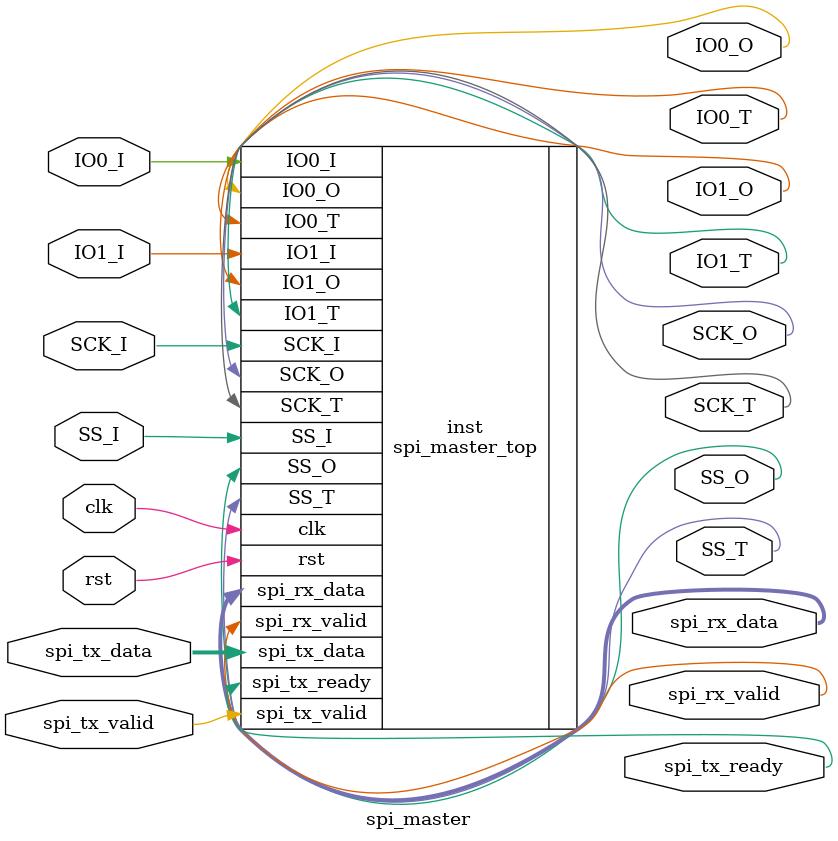
<source format=v>
/*
Copyright (c) 2019 Chengdu JinZhiLi Technology Co., Ltd.
All rights reserved.
*/

//=============================================================================
//
// Filename: spi_master.v
//
// Purpose: SPI master core with simple interface, this core was designed
//   to interface other cores easily.
//
// Note:
//   SPI Interface timing:
//
//                             ___     ___     ___     ___     ___
//      SCK   CPOL=0  ________/   \___/   \___/   \___/   \___/   \____________
//                    ________     ___     ___     ___     ___     ____________
//            CPOL=1          \___/   \___/   \___/   \___/   \___/
//
//                    ____                                             ________
//      SS                \___________________________________________/
//
//                         _______ _______ _______ _______ _______
//      MOSI/ CPHA=0  zzzzX___0___X___1___X__...__X___6___X___7___X---Xzzzzzzzz
//      MISO                   _______ _______ _______ _______ _______
//            CPHA=1  zzzz----X___0___X___1___X__...__X___6___X___7___Xzzzzzzzz
//
// Limitation:
//   This core is fixed CPOL = 0 and CPHA = 1. That means both master and salve
//   (this core) will drive MOSI/MISO at rising edge of SCK, and should sample
//   MISO/MOSI at falling edge.
//
//=============================================================================

`timescale 1 ns / 1 ps
`default_nettype none

module spi_master #(parameter CLK_RATIO   = 8) (
    // SPI
    //=====
    input  wire       SCK_I       ,
    output wire       SCK_O       ,
    output wire       SCK_T       ,
    input  wire       SS_I        ,
    output wire       SS_O        ,
    output wire       SS_T        ,
    input  wire       IO0_I       ,
    output wire       IO0_O       , // MO
    output wire       IO0_T       ,
    input  wire       IO1_I       , // MI
    output wire       IO1_O       ,
    output wire       IO1_T       ,
    // Fabric
    //=======
    input  wire       clk         ,
    input  wire       rst         ,
    // Tx interface
    //--------------
    input  wire [7:0] spi_tx_data ,
    input  wire       spi_tx_valid,
    output wire       spi_tx_ready,
    // Rx interface
    //--------------
    output wire [7:0] spi_rx_data ,
    output wire       spi_rx_valid
);

    spi_master_top #(.CLK_RATIO(CLK_RATIO)) inst (
        .SCK_I       (SCK_I       ),
        .SCK_O       (SCK_O       ),
        .SCK_T       (SCK_T       ),
        .SS_I        (SS_I        ),
        .SS_O        (SS_O        ),
        .SS_T        (SS_T        ),
        .IO0_I       (IO0_I       ),
        .IO0_O       (IO0_O       ),
        .IO0_T       (IO0_T       ),
        .IO1_I       (IO1_I       ),
        .IO1_O       (IO1_O       ),
        .IO1_T       (IO1_T       ),
        .clk         (clk         ),
        .rst         (rst         ),
        .spi_tx_data (spi_tx_data ),
        .spi_tx_valid(spi_tx_valid),
        .spi_tx_ready(spi_tx_ready),
        .spi_rx_data (spi_rx_data ),
        .spi_rx_valid(spi_rx_valid)
    );

endmodule

`default_nettype wire

</source>
